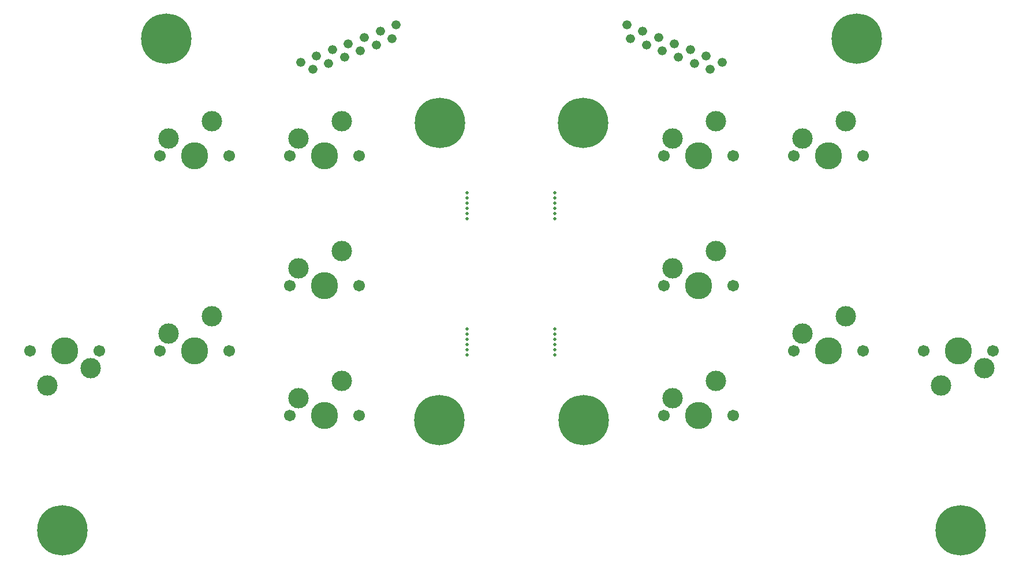
<source format=gbr>
%TF.GenerationSoftware,KiCad,Pcbnew,8.0.8*%
%TF.CreationDate,2025-01-29T21:57:57-05:00*%
%TF.ProjectId,rasgueado_thumbs,72617367-7565-4616-946f-5f7468756d62,rev?*%
%TF.SameCoordinates,Original*%
%TF.FileFunction,Soldermask,Top*%
%TF.FilePolarity,Negative*%
%FSLAX46Y46*%
G04 Gerber Fmt 4.6, Leading zero omitted, Abs format (unit mm)*
G04 Created by KiCad (PCBNEW 8.0.8) date 2025-01-29 21:57:57*
%MOMM*%
%LPD*%
G01*
G04 APERTURE LIST*
%ADD10C,0.500000*%
%ADD11C,7.400000*%
%ADD12C,1.701800*%
%ADD13C,3.000000*%
%ADD14C,3.987800*%
%ADD15C,1.327000*%
G04 APERTURE END LIST*
D10*
%TO.C,*%
X154681387Y-110386900D03*
X154681387Y-111136900D03*
X154681387Y-111886900D03*
X154681387Y-112636900D03*
X154681387Y-113386900D03*
X154681387Y-114136900D03*
%TD*%
D11*
%TO.C,H4*%
X97686989Y-67741107D03*
%TD*%
%TO.C,H8*%
X198971900Y-67741100D03*
%TD*%
%TO.C,H2*%
X137752989Y-123737107D03*
%TD*%
%TO.C,H6*%
X158855900Y-80137100D03*
%TD*%
D10*
%TO.C,*%
X141861387Y-110386900D03*
X141861387Y-111136900D03*
X141861387Y-111886900D03*
X141861387Y-112636900D03*
X141861387Y-113386900D03*
X141861387Y-114136900D03*
%TD*%
D11*
%TO.C,H7*%
X158905900Y-123737100D03*
%TD*%
%TO.C,H1*%
X82446989Y-139877107D03*
%TD*%
%TO.C,H3*%
X137802989Y-80137107D03*
%TD*%
D10*
%TO.C,*%
X154681387Y-90386900D03*
X154681387Y-91136900D03*
X154681387Y-91886900D03*
X154681387Y-92636900D03*
X154681387Y-93386900D03*
X154681387Y-94136900D03*
%TD*%
D11*
%TO.C,H5*%
X214211900Y-139877100D03*
%TD*%
D10*
%TO.C,*%
X141861387Y-90386900D03*
X141861387Y-91136900D03*
X141861387Y-91886900D03*
X141861387Y-92636900D03*
X141861387Y-93386900D03*
X141861387Y-94136900D03*
%TD*%
D12*
%TO.C,S2*%
X106957989Y-113524607D03*
D13*
X104417989Y-108444607D03*
D14*
X101877989Y-113524607D03*
D13*
X98067989Y-110984607D03*
D12*
X96797989Y-113524607D03*
%TD*%
%TO.C,S9*%
X180810900Y-84949600D03*
D13*
X178270900Y-79869600D03*
D14*
X175730900Y-84949600D03*
D13*
X171920900Y-82409600D03*
D12*
X170650900Y-84949600D03*
%TD*%
%TO.C,S4*%
X126007989Y-103999607D03*
D13*
X123467989Y-98919607D03*
D14*
X120927989Y-103999607D03*
D13*
X117117989Y-101459607D03*
D12*
X115847989Y-103999607D03*
%TD*%
D15*
%TO.C,J1*%
X131408900Y-65762100D03*
X130841253Y-67752772D03*
X129078580Y-66667422D03*
X128510933Y-68658095D03*
X126748260Y-67572745D03*
X126180613Y-69563417D03*
X124417940Y-68478067D03*
X123850293Y-70468739D03*
X122087620Y-69383389D03*
X121519973Y-71374062D03*
X119757300Y-70288712D03*
X119189653Y-72279384D03*
X117426980Y-71194034D03*
%TD*%
%TO.C,J2*%
X179231920Y-71194034D03*
X177469247Y-72279384D03*
X176901600Y-70288712D03*
X175138927Y-71374062D03*
X174571280Y-69383389D03*
X172808607Y-70468739D03*
X172240960Y-68478067D03*
X170478287Y-69563417D03*
X169910640Y-67572745D03*
X168147967Y-68658095D03*
X167580320Y-66667422D03*
X165817647Y-67752772D03*
X165250000Y-65762100D03*
%TD*%
D12*
%TO.C,S12*%
X180810900Y-123049600D03*
D13*
X178270900Y-117969600D03*
D14*
X175730900Y-123049600D03*
D13*
X171920900Y-120509600D03*
D12*
X170650900Y-123049600D03*
%TD*%
%TO.C,S7*%
X208750900Y-113524600D03*
D13*
X211290900Y-118604600D03*
D14*
X213830900Y-113524600D03*
D13*
X217640900Y-116064600D03*
D12*
X218910900Y-113524600D03*
%TD*%
%TO.C,S5*%
X126007989Y-84949607D03*
D13*
X123467989Y-79869607D03*
D14*
X120927989Y-84949607D03*
D13*
X117117989Y-82409607D03*
D12*
X115847989Y-84949607D03*
%TD*%
%TO.C,S6*%
X106957989Y-84949607D03*
D13*
X104417989Y-79869607D03*
D14*
X101877989Y-84949607D03*
D13*
X98067989Y-82409607D03*
D12*
X96797989Y-84949607D03*
%TD*%
%TO.C,S11*%
X199860900Y-113524600D03*
D13*
X197320900Y-108444600D03*
D14*
X194780900Y-113524600D03*
D13*
X190970900Y-110984600D03*
D12*
X189700900Y-113524600D03*
%TD*%
%TO.C,S8*%
X180810900Y-103999600D03*
D13*
X178270900Y-98919600D03*
D14*
X175730900Y-103999600D03*
D13*
X171920900Y-101459600D03*
D12*
X170650900Y-103999600D03*
%TD*%
%TO.C,S3*%
X126007989Y-123049607D03*
D13*
X123467989Y-117969607D03*
D14*
X120927989Y-123049607D03*
D13*
X117117989Y-120509607D03*
D12*
X115847989Y-123049607D03*
%TD*%
%TO.C,S10*%
X199860900Y-84949600D03*
D13*
X197320900Y-79869600D03*
D14*
X194780900Y-84949600D03*
D13*
X190970900Y-82409600D03*
D12*
X189700900Y-84949600D03*
%TD*%
%TO.C,S1*%
X77747989Y-113524607D03*
D13*
X80287989Y-118604607D03*
D14*
X82827989Y-113524607D03*
D13*
X86637989Y-116064607D03*
D12*
X87907989Y-113524607D03*
%TD*%
M02*

</source>
